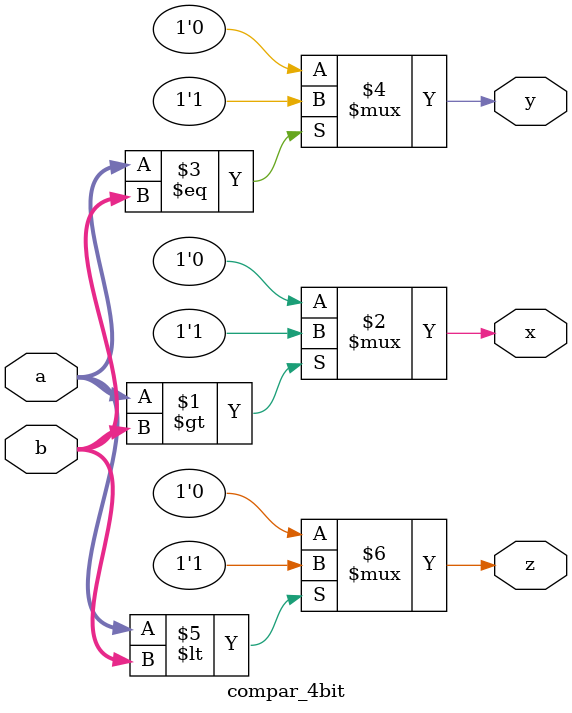
<source format=v>
module compar_4bit(a, b, x, y, z);
input [3:0] a, b; // 4bit input
output x, y, z; // a>b, a==b, a<b

assign x = (a > b) ? 1'b1 : 1'b0;
assign y = (a == b) ? 1'b1 : 1'b0;
assign z = (a < b) ? 1'b1 : 1'b0;

endmodule
</source>
